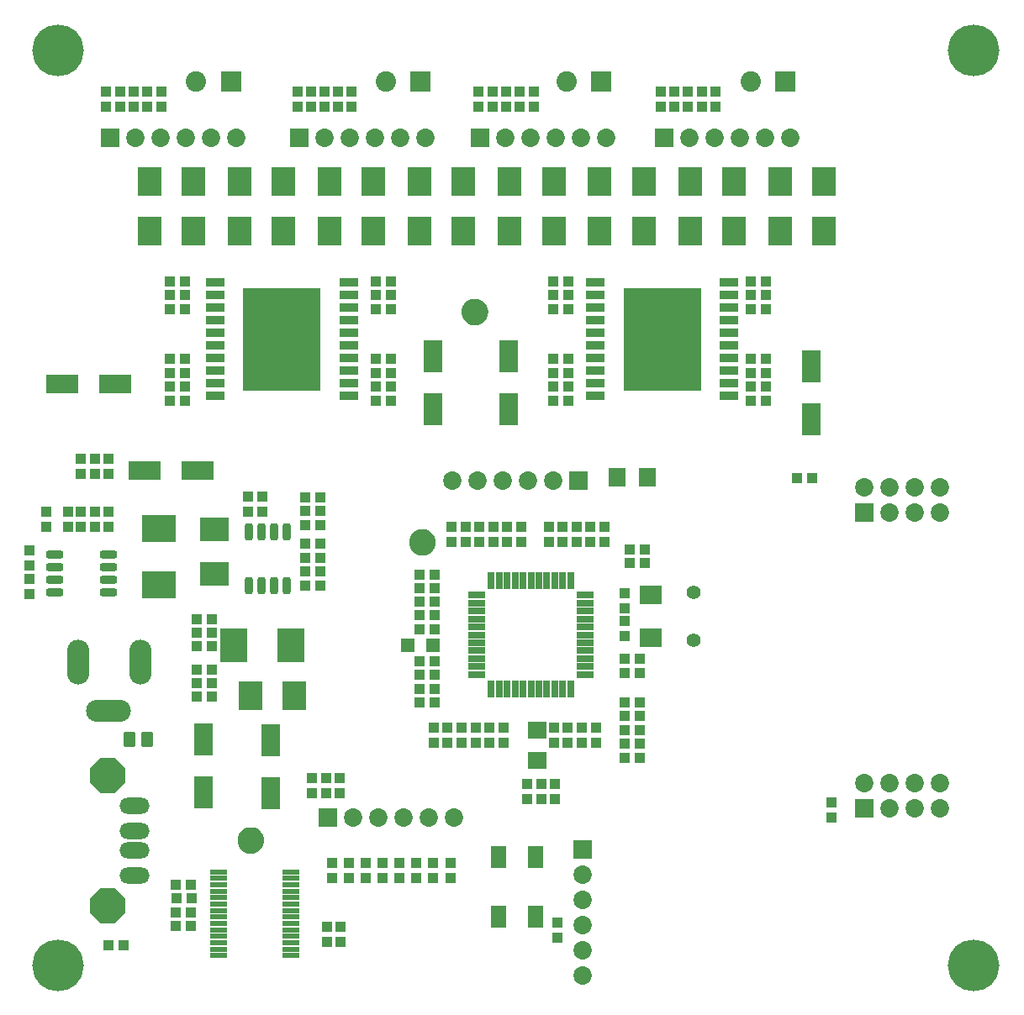
<source format=gts>
%FSTAX23Y23*%
%MOIN*%
%SFA1B1*%

%IPPOS*%
%AMD60*
4,1,8,-0.015000,-0.031500,0.015000,-0.031500,0.024000,-0.022500,0.024000,0.022500,0.015000,0.031500,-0.015000,0.031500,-0.024000,0.022500,-0.024000,-0.022500,-0.015000,-0.031500,0.0*
1,1,0.018000,-0.015000,-0.022500*
1,1,0.018000,0.015000,-0.022500*
1,1,0.018000,0.015000,0.022500*
1,1,0.018000,-0.015000,0.022500*
%
%AMD61*
4,1,8,-0.021500,0.013100,-0.021500,-0.013100,-0.013100,-0.021500,0.013100,-0.021500,0.021500,-0.013100,0.021500,0.013100,0.013100,0.021500,-0.013100,0.021500,-0.021500,0.013100,0.0*
1,1,0.016760,-0.013100,0.013100*
1,1,0.016760,-0.013100,-0.013100*
1,1,0.016760,0.013100,-0.013100*
1,1,0.016760,0.013100,0.013100*
%
%AMD62*
4,1,8,-0.013100,-0.021500,0.013100,-0.021500,0.021500,-0.013100,0.021500,0.013100,0.013100,0.021500,-0.013100,0.021500,-0.021500,0.013100,-0.021500,-0.013100,-0.013100,-0.021500,0.0*
1,1,0.016760,-0.013100,-0.013100*
1,1,0.016760,0.013100,-0.013100*
1,1,0.016760,0.013100,0.013100*
1,1,0.016760,-0.013100,0.013100*
%
%AMD70*
4,1,8,0.034500,-0.005900,0.034500,0.005900,0.024600,0.015800,-0.024600,0.015800,-0.034500,0.005900,-0.034500,-0.005900,-0.024600,-0.015800,0.024600,-0.015800,0.034500,-0.005900,0.0*
1,1,0.019800,0.024600,-0.005900*
1,1,0.019800,0.024600,0.005900*
1,1,0.019800,-0.024600,0.005900*
1,1,0.019800,-0.024600,-0.005900*
%
%AMD71*
4,1,8,-0.005900,-0.034500,0.005900,-0.034500,0.015800,-0.024600,0.015800,0.024600,0.005900,0.034500,-0.005900,0.034500,-0.015800,0.024600,-0.015800,-0.024600,-0.005900,-0.034500,0.0*
1,1,0.019800,-0.005900,-0.024600*
1,1,0.019800,0.005900,-0.024600*
1,1,0.019800,0.005900,0.024600*
1,1,0.019800,-0.005900,0.024600*
%
%AMD91*
4,1,8,0.069800,0.028900,0.028900,0.069800,-0.028900,0.069800,-0.069800,0.028900,-0.069800,-0.028900,-0.028900,-0.069800,0.028900,-0.069800,0.069800,-0.028900,0.069800,0.028900,0.0*
%
%ADD59C,0.060000*%
G04~CAMADD=60~8~0.0~0.0~480.0~630.0~90.0~0.0~15~0.0~0.0~0.0~0.0~0~0.0~0.0~0.0~0.0~0~0.0~0.0~0.0~180.0~480.0~630.0*
%ADD60D60*%
G04~CAMADD=61~8~0.0~0.0~430.0~430.0~83.8~0.0~15~0.0~0.0~0.0~0.0~0~0.0~0.0~0.0~0.0~0~0.0~0.0~0.0~90.0~430.0~430.0*
%ADD61D61*%
G04~CAMADD=62~8~0.0~0.0~430.0~430.0~83.8~0.0~15~0.0~0.0~0.0~0.0~0~0.0~0.0~0.0~0.0~0~0.0~0.0~0.0~180.0~430.0~430.0*
%ADD62D62*%
%ADD63C,0.047370*%
%ADD64R,0.093000X0.115990*%
%ADD65R,0.308000X0.408000*%
%ADD66R,0.073000X0.033000*%
%ADD67R,0.073000X0.128000*%
%ADD68R,0.128000X0.073000*%
%ADD69R,0.115990X0.093000*%
G04~CAMADD=70~8~0.0~0.0~316.2~690.2~99.0~0.0~15~0.0~0.0~0.0~0.0~0~0.0~0.0~0.0~0.0~0~0.0~0.0~0.0~270.0~690.0~316.0*
%ADD70D70*%
G04~CAMADD=71~8~0.0~0.0~316.2~690.2~99.0~0.0~15~0.0~0.0~0.0~0.0~0~0.0~0.0~0.0~0.0~0~0.0~0.0~0.0~180.0~316.0~690.0*
%ADD71D71*%
%ADD72R,0.106430X0.133980*%
%ADD73R,0.074000X0.068000*%
%ADD74R,0.088000X0.078000*%
%ADD75R,0.063120X0.086740*%
%ADD76R,0.068000X0.074000*%
%ADD77R,0.058000X0.058000*%
%ADD78R,0.067840X0.030050*%
%ADD79R,0.030050X0.067840*%
%ADD80R,0.133980X0.106430*%
%ADD81R,0.067060X0.023750*%
%ADD82R,0.073000X0.073000*%
%ADD83C,0.073000*%
%ADD84C,0.204850*%
%ADD85R,0.073000X0.073000*%
%ADD86C,0.080830*%
%ADD87R,0.080830X0.080830*%
%ADD88O,0.178000X0.088000*%
%ADD89O,0.088000X0.178000*%
%ADD90C,0.056000*%
G04~CAMADD=91~4~0.0~0.0~1395.2~1395.2~0.0~408.6~0~0.0~0.0~0.0~0.0~0~0.0~0.0~0.0~0.0~0~0.0~0.0~0.0~315.0~1395.2~1395.2*
%ADD91D91*%
%ADD92O,0.120200X0.064100*%
%LNcontrolboard-1*%
%LPD*%
G54D59*
X00946Y00775D02*
D01*
X00945Y00776*
X00945Y00778*
X00945Y00779*
X00945Y00781*
X00944Y00782*
X00944Y00783*
X00943Y00785*
X00942Y00786*
X00941Y00787*
X0094Y00789*
X00939Y0079*
X00938Y00791*
X00937Y00792*
X00936Y00793*
X00935Y00794*
X00933Y00794*
X00932Y00795*
X0093Y00795*
X00929Y00796*
X00927Y00796*
X00926Y00796*
X00924Y00796*
X00923*
X00921Y00796*
X0092Y00796*
X00918Y00796*
X00917Y00795*
X00915Y00795*
X00914Y00794*
X00913Y00794*
X00911Y00793*
X0091Y00792*
X00909Y00791*
X00908Y0079*
X00907Y00789*
X00906Y00787*
X00905Y00786*
X00904Y00785*
X00903Y00783*
X00903Y00782*
X00902Y00781*
X00902Y00779*
X00902Y00778*
X00902Y00776*
X00902Y00775*
X00902Y00773*
X00902Y00771*
X00902Y0077*
X00902Y00768*
X00903Y00767*
X00903Y00766*
X00904Y00764*
X00905Y00763*
X00906Y00762*
X00907Y0076*
X00908Y00759*
X00909Y00758*
X0091Y00757*
X00911Y00756*
X00913Y00755*
X00914Y00755*
X00915Y00754*
X00917Y00754*
X00918Y00753*
X0092Y00753*
X00921Y00753*
X00923Y00753*
X00924*
X00926Y00753*
X00927Y00753*
X00929Y00753*
X0093Y00754*
X00932Y00754*
X00933Y00755*
X00935Y00755*
X00936Y00756*
X00937Y00757*
X00938Y00758*
X00939Y00759*
X0094Y0076*
X00941Y00762*
X00942Y00763*
X00943Y00764*
X00944Y00766*
X00944Y00767*
X00945Y00768*
X00945Y0077*
X00945Y00771*
X00945Y00773*
X00946Y00775*
X01835Y02871D02*
D01*
X01834Y02872*
X01834Y02874*
X01834Y02875*
X01834Y02877*
X01833Y02878*
X01833Y02879*
X01832Y02881*
X01831Y02882*
X0183Y02883*
X01829Y02885*
X01828Y02886*
X01827Y02887*
X01826Y02888*
X01825Y02889*
X01824Y0289*
X01822Y0289*
X01821Y02891*
X01819Y02891*
X01818Y02892*
X01816Y02892*
X01815Y02892*
X01813Y02892*
X01812*
X0181Y02892*
X01809Y02892*
X01807Y02892*
X01806Y02891*
X01804Y02891*
X01803Y0289*
X01802Y0289*
X018Y02889*
X01799Y02888*
X01798Y02887*
X01797Y02886*
X01796Y02885*
X01795Y02883*
X01794Y02882*
X01793Y02881*
X01792Y02879*
X01792Y02878*
X01791Y02877*
X01791Y02875*
X01791Y02874*
X01791Y02872*
X01791Y02871*
X01791Y02869*
X01791Y02867*
X01791Y02866*
X01791Y02864*
X01792Y02863*
X01792Y02862*
X01793Y0286*
X01794Y02859*
X01795Y02858*
X01796Y02856*
X01797Y02855*
X01798Y02854*
X01799Y02853*
X018Y02852*
X01802Y02851*
X01803Y02851*
X01804Y0285*
X01806Y0285*
X01807Y02849*
X01809Y02849*
X0181Y02849*
X01812Y02849*
X01813*
X01815Y02849*
X01816Y02849*
X01818Y02849*
X01819Y0285*
X01821Y0285*
X01822Y02851*
X01824Y02851*
X01825Y02852*
X01826Y02853*
X01827Y02854*
X01828Y02855*
X01829Y02856*
X0183Y02858*
X01831Y02859*
X01832Y0286*
X01833Y02862*
X01833Y02863*
X01834Y02864*
X01834Y02866*
X01834Y02867*
X01834Y02869*
X01835Y02871*
X01627Y01957D02*
D01*
X01626Y01958*
X01626Y0196*
X01626Y01961*
X01626Y01963*
X01625Y01964*
X01625Y01965*
X01624Y01967*
X01623Y01968*
X01622Y01969*
X01621Y01971*
X0162Y01972*
X01619Y01973*
X01618Y01974*
X01617Y01975*
X01616Y01976*
X01614Y01976*
X01613Y01977*
X01611Y01977*
X0161Y01978*
X01608Y01978*
X01607Y01978*
X01605Y01978*
X01604*
X01602Y01978*
X01601Y01978*
X01599Y01978*
X01598Y01977*
X01596Y01977*
X01595Y01976*
X01594Y01976*
X01592Y01975*
X01591Y01974*
X0159Y01973*
X01589Y01972*
X01588Y01971*
X01587Y01969*
X01586Y01968*
X01585Y01967*
X01584Y01965*
X01584Y01964*
X01583Y01963*
X01583Y01961*
X01583Y0196*
X01583Y01958*
X01583Y01957*
X01583Y01955*
X01583Y01953*
X01583Y01952*
X01583Y0195*
X01584Y01949*
X01584Y01948*
X01585Y01946*
X01586Y01945*
X01587Y01944*
X01588Y01942*
X01589Y01941*
X0159Y0194*
X01591Y01939*
X01592Y01938*
X01594Y01937*
X01595Y01937*
X01596Y01936*
X01598Y01936*
X01599Y01935*
X01601Y01935*
X01602Y01935*
X01604Y01935*
X01605*
X01607Y01935*
X01608Y01935*
X0161Y01935*
X01611Y01936*
X01613Y01936*
X01614Y01937*
X01616Y01937*
X01617Y01938*
X01618Y01939*
X01619Y0194*
X0162Y01941*
X01621Y01942*
X01622Y01944*
X01623Y01945*
X01624Y01946*
X01625Y01948*
X01625Y01949*
X01626Y0195*
X01626Y01952*
X01626Y01953*
X01626Y01955*
X01627Y01957*
G54D60*
X00512Y01175D03*
X00442D03*
G54D61*
X02325Y0196D03*
X02215D03*
X0216D03*
X02105D03*
X0172D03*
X01775D03*
X0183D03*
X01885D03*
X0194D03*
X01995D03*
X0227D03*
X0214Y0039D03*
Y0045D03*
X03226Y00925D03*
Y00865D03*
X01245Y00685D03*
Y00625D03*
X01647Y00685D03*
Y00625D03*
X0158Y00685D03*
Y00625D03*
X01379Y00685D03*
Y00625D03*
X01446Y00685D03*
Y00625D03*
X02712Y03684D03*
Y03744D03*
X01991Y03684D03*
Y03744D03*
X02767Y03684D03*
Y03744D03*
X02604Y03684D03*
Y03744D03*
X02046Y03684D03*
Y03744D03*
X02658Y03684D03*
Y03744D03*
X0255D03*
Y03684D03*
X01882D03*
Y03744D03*
X01937Y03684D03*
Y03744D03*
X01828D03*
Y03684D03*
X0127D03*
Y03744D03*
X01324Y03684D03*
Y03744D03*
X01163Y03684D03*
Y03744D03*
X01216Y03684D03*
Y03744D03*
X01109D03*
Y03684D03*
X01167Y01023D03*
Y00963D03*
X01222Y01023D03*
Y00963D03*
X01277Y01023D03*
Y00963D03*
X0025Y02229D03*
Y02289D03*
X00305Y02229D03*
Y02289D03*
X0036Y02229D03*
Y02289D03*
X00048Y01926D03*
Y01866D03*
X00112Y0202D03*
Y0208D03*
X00048Y01811D03*
Y01751D03*
X002Y0208D03*
Y0202D03*
X0025D03*
Y0208D03*
X00305Y0202D03*
Y0208D03*
X0036Y0202D03*
Y0208D03*
X00969Y02137D03*
Y02077D03*
X00914D03*
Y02137D03*
X0213Y0094D03*
Y01D03*
X01995Y0202D03*
X0187Y01221D03*
Y01161D03*
X0194Y0202D03*
X01925Y01221D03*
Y01161D03*
X02408Y01695D03*
Y01755D03*
X0202Y01D03*
Y0094D03*
X02075D03*
Y01D03*
X02408Y01645D03*
Y01585D03*
X01815Y01221D03*
Y01161D03*
X01759Y01221D03*
Y01161D03*
X02105Y0202D03*
X0216D03*
X02215D03*
X0172D03*
X01775D03*
X0183D03*
X01885D03*
X02292Y01221D03*
Y01161D03*
X02237Y01221D03*
Y01161D03*
X01649Y01221D03*
Y01161D03*
X0227Y0202D03*
X01704Y01221D03*
Y01161D03*
X02325Y0202D03*
X02181Y01221D03*
Y01161D03*
X02126Y01221D03*
Y01161D03*
X01226Y00433D03*
Y00373D03*
X0128Y00433D03*
Y00373D03*
X01715Y00625D03*
Y00685D03*
X01312Y00625D03*
Y00685D03*
X01513D03*
Y00625D03*
X0035Y03744D03*
Y03684D03*
X00405D03*
Y03744D03*
X00459Y03684D03*
Y03744D03*
X00514Y03684D03*
Y03744D03*
X00569Y03684D03*
Y03744D03*
G54D62*
X0315Y02213D03*
X0309D03*
X02966Y02684D03*
X02906D03*
Y02629D03*
X02966D03*
X02123Y0252D03*
X02183D03*
Y02574D03*
X02123D03*
X0148Y02684D03*
X0142D03*
Y02629D03*
X0148D03*
X00603Y0252D03*
X00663D03*
Y02574D03*
X00603D03*
X02906Y02992D03*
X02966D03*
X02906Y02937D03*
X02966D03*
X02906Y02882D03*
X02966D03*
X02183D03*
X02123D03*
X02183Y02937D03*
X02123D03*
X02183Y02992D03*
X02123D03*
X0142D03*
X0148D03*
X0142Y02937D03*
X0148D03*
X0142Y02882D03*
X0148D03*
X00663D03*
X00603D03*
X00663Y02937D03*
X00603D03*
X00663Y02992D03*
X00603D03*
X02906Y02574D03*
X02966D03*
X02906Y0252D03*
X02966D03*
X02183Y02629D03*
X02123D03*
X02183Y02684D03*
X02123D03*
X0142Y02574D03*
X0148D03*
X0142Y0252D03*
X0148D03*
X00663Y02629D03*
X00603D03*
X00663Y02684D03*
X00603D03*
X0077Y01651D03*
X0071D03*
X0077Y01598D03*
X0071D03*
X0077Y01544D03*
X0071D03*
Y01452D03*
X0077D03*
X0071Y01399D03*
X0077D03*
X0071Y01345D03*
X0077D03*
X012Y02136D03*
X0114D03*
X012Y02081D03*
X0114D03*
Y02026D03*
X012D03*
Y01951D03*
X0114D03*
Y01841D03*
X012D03*
X0114Y01896D03*
X012D03*
X0114Y01786D03*
X012D03*
X02408Y01439D03*
X02468D03*
X02408Y01494D03*
X02468D03*
X01594Y01612D03*
X01654D03*
X01594Y01667D03*
X01654D03*
X01594Y01721D03*
X01654D03*
Y01321D03*
X01594D03*
Y01776D03*
X01654D03*
Y01376D03*
X01594D03*
X01654Y01431D03*
X01594D03*
X01654Y01486D03*
X01594D03*
X01654Y0183D03*
X01594D03*
X02468Y01322D03*
X02408D03*
X02468Y01267D03*
X02408D03*
X02468Y01212D03*
X02408D03*
X02425Y0193D03*
X02485D03*
X02408Y01157D03*
X02468D03*
X02408Y01102D03*
X02468D03*
X02425Y01875D03*
X02485D03*
X00688Y0049D03*
X00628D03*
X00687Y00435D03*
X00627D03*
X00687Y00599D03*
X00627D03*
X0042Y00359D03*
X0036D03*
X00689Y00545D03*
X00629D03*
G54D63*
X00924Y00775D03*
X01813Y02871D03*
X01605Y01957D03*
G54D64*
X03197Y03193D03*
X03022D03*
X02665D03*
X02839D03*
X01951D03*
X02125D03*
X02482D03*
X02308D03*
X02125Y03387D03*
X01951D03*
X02308D03*
X02482D03*
X03022D03*
X03197D03*
X02839D03*
X02665D03*
X01054Y03193D03*
X0088D03*
X00522D03*
X00697D03*
X01768D03*
X01594D03*
X01237D03*
X01411D03*
X0088Y03387D03*
X01054D03*
X00697D03*
X00522D03*
X01594D03*
X01768D03*
X01411D03*
X01237D03*
X01098Y01348D03*
X00923D03*
G54D65*
X02555Y02762D03*
X01048D03*
G54D66*
X0282Y02987D03*
Y02937D03*
Y02887D03*
Y02837D03*
Y02787D03*
Y02737D03*
Y02687D03*
Y02637D03*
Y02587D03*
Y02537D03*
X0229D03*
Y02587D03*
Y02637D03*
Y02687D03*
Y02737D03*
Y02787D03*
Y02837D03*
Y02887D03*
Y02937D03*
Y02987D03*
X01313D03*
Y02937D03*
Y02887D03*
Y02837D03*
Y02787D03*
Y02737D03*
Y02687D03*
Y02637D03*
Y02587D03*
Y02537D03*
X00783D03*
Y02587D03*
Y02637D03*
Y02687D03*
Y02737D03*
Y02787D03*
Y02837D03*
Y02887D03*
Y02937D03*
Y02987D03*
G54D67*
X03145Y02655D03*
Y02445D03*
X01946Y02695D03*
Y02485D03*
X01647Y02694D03*
Y02484D03*
X00737Y01176D03*
Y00966D03*
X01002Y01173D03*
Y00963D03*
G54D68*
X00385Y02584D03*
X00175D03*
X00504Y02241D03*
X00714D03*
G54D69*
X0078Y02007D03*
Y01832D03*
G54D70*
X00148Y0191D03*
Y0186D03*
Y0181D03*
Y0176D03*
X00361Y0191D03*
Y0186D03*
Y0181D03*
Y0176D03*
G54D71*
X01065Y01998D03*
X01015D03*
X00965D03*
X00915D03*
X01065Y01785D03*
X01015D03*
X00965D03*
X00915D03*
G54D72*
X00857Y0155D03*
X01082D03*
G54D73*
X0206Y01212D03*
Y01092D03*
G54D74*
X0251Y0158D03*
Y0175D03*
G54D75*
X02052Y00708D03*
Y00471D03*
X01907Y00708D03*
Y00471D03*
G54D76*
X02375Y02214D03*
X02495D03*
G54D77*
X01546Y01549D03*
X01646D03*
G54D78*
X0182Y01747D03*
Y01715D03*
Y01684D03*
Y01652D03*
Y01621D03*
Y01589D03*
Y01558D03*
Y01527D03*
Y01495D03*
Y01464D03*
Y01432D03*
X02251D03*
Y01464D03*
Y01495D03*
Y01527D03*
Y01558D03*
Y01589D03*
Y01621D03*
Y01652D03*
Y01684D03*
Y01715D03*
Y01747D03*
G54D79*
X01878Y01374D03*
X01909D03*
X01941D03*
X01972D03*
X02004D03*
X02035D03*
X02067D03*
X02098D03*
X0213D03*
X02161D03*
X02193D03*
Y01805D03*
X02161D03*
X0213D03*
X02098D03*
X02067D03*
X02035D03*
X02004D03*
X01972D03*
X01941D03*
X01909D03*
X01878D03*
G54D80*
X0056Y01787D03*
Y02012D03*
G54D81*
X01082Y00317D03*
Y00343D03*
Y00368D03*
Y00394D03*
Y0042D03*
Y00445D03*
Y00471D03*
Y00496D03*
Y00522D03*
Y00547D03*
Y00573D03*
Y00599D03*
Y00624D03*
Y0065D03*
X00797D03*
Y00624D03*
Y00599D03*
Y00573D03*
Y00547D03*
Y00522D03*
Y00496D03*
Y00471D03*
Y00445D03*
Y0042D03*
Y00394D03*
Y00368D03*
Y00343D03*
Y00317D03*
G54D82*
X00367Y03561D03*
X03358Y00903D03*
Y02075D03*
X02223Y02203D03*
X02563Y03561D03*
X01833D03*
X01118D03*
X0123Y00865D03*
G54D83*
X00467Y03561D03*
X00567D03*
X00667D03*
X00767D03*
X00867D03*
X03458Y00903D03*
X03558D03*
X03658D03*
Y01003D03*
X03558D03*
X03458D03*
X03358D03*
X03458Y02075D03*
X03558D03*
X03658D03*
Y02175D03*
X03558D03*
X03458D03*
X03358D03*
X0224Y0024D03*
Y0034D03*
Y0044D03*
Y0054D03*
Y0064D03*
X02123Y02203D03*
X02023D03*
X01923D03*
X01823D03*
X01723D03*
X02663Y03561D03*
X02763D03*
X02863D03*
X02963D03*
X03063D03*
X01933D03*
X02033D03*
X02133D03*
X02233D03*
X02333D03*
X01218D03*
X01318D03*
X01418D03*
X01518D03*
X01618D03*
X0133Y00865D03*
X0143D03*
X0153D03*
X0163D03*
X0173D03*
G54D84*
X0379Y0391D03*
X0016D03*
Y0028D03*
X0379D03*
G54D85*
X0224Y0074D03*
G54D86*
X02176Y03786D03*
X02906D03*
X00708D03*
X01461D03*
G54D87*
X02313Y03786D03*
X03043D03*
X00846D03*
X01598D03*
G54D88*
X00361Y01288D03*
G54D89*
X00486Y01483D03*
X00241D03*
G54D90*
X0268Y0176D03*
Y0157D03*
G54D91*
X00357Y00515D03*
Y01032D03*
G54D92*
X00463Y00636D03*
Y00734D03*
Y00813D03*
Y00911D03*
M02*
</source>
